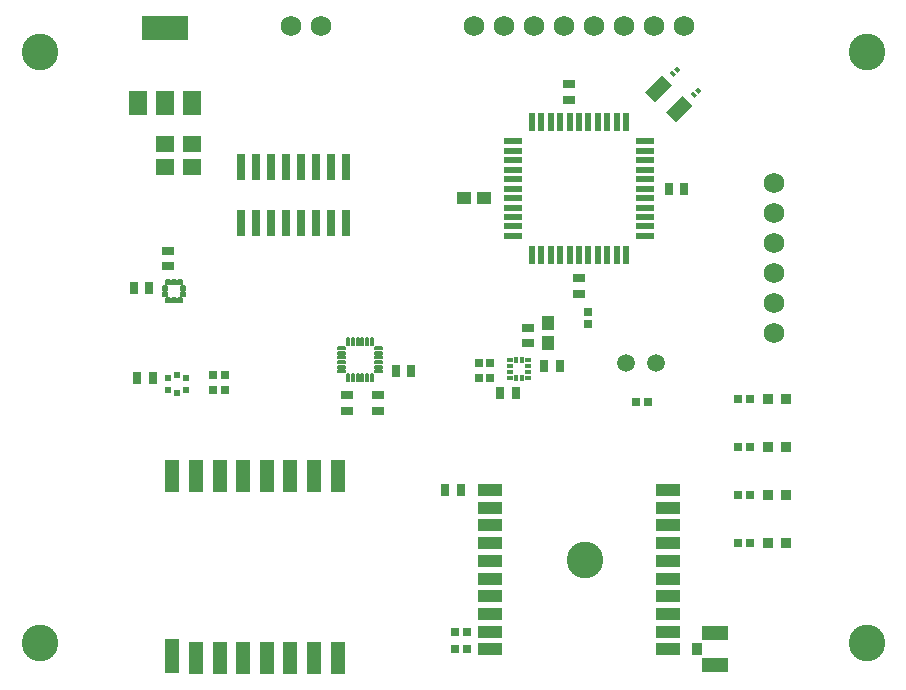
<source format=gbr>
G04 EAGLE Gerber RS-274X export*
G75*
%MOMM*%
%FSLAX34Y34*%
%LPD*%
%INSoldermask Top*%
%IPPOS*%
%AMOC8*
5,1,8,0,0,1.08239X$1,22.5*%
G01*
%ADD10R,0.801600X1.001600*%
%ADD11R,1.001600X0.801600*%
%ADD12R,1.101600X1.201600*%
%ADD13R,0.701600X0.801600*%
%ADD14R,0.501600X0.451600*%
%ADD15R,0.451600X0.501600*%
%ADD16C,0.130963*%
%ADD17R,2.101600X1.101600*%
%ADD18C,3.101600*%
%ADD19R,2.301600X1.151600*%
%ADD20R,0.901600X1.101600*%
%ADD21R,1.201600X2.901600*%
%ADD22R,1.201600X2.701600*%
%ADD23R,0.660400X2.286000*%
%ADD24C,1.751600*%
%ADD25R,1.201600X1.101600*%
%ADD26R,1.201600X2.001600*%
%ADD27R,0.351600X0.451600*%
%ADD28R,0.801600X0.701600*%
%ADD29R,0.901600X0.851600*%
%ADD30R,1.574800X0.609600*%
%ADD31R,0.609600X1.574800*%
%ADD32C,1.501600*%
%ADD33R,1.600200X2.108200*%
%ADD34R,3.911600X2.108200*%
%ADD35R,1.601600X1.401600*%
%ADD36C,0.157581*%
%ADD37R,0.500000X0.550000*%
%ADD38R,0.550000X0.500000*%


D10*
X293220Y179070D03*
X306220Y179070D03*
X251310Y279654D03*
X264310Y279654D03*
D11*
X210040Y259436D03*
X210040Y246436D03*
X236474Y259484D03*
X236474Y246484D03*
D10*
X42568Y350520D03*
X29568Y350520D03*
D11*
X58420Y368912D03*
X58420Y381912D03*
D10*
X377040Y284480D03*
X390040Y284480D03*
D12*
X380492Y303412D03*
X380492Y320412D03*
D10*
X352956Y261620D03*
X339956Y261620D03*
D11*
X363220Y303380D03*
X363220Y316380D03*
D10*
X45362Y274320D03*
X32362Y274320D03*
D13*
X301324Y59182D03*
X311324Y59182D03*
X301324Y44196D03*
X311324Y44196D03*
X321390Y274320D03*
X331390Y274320D03*
X321390Y287020D03*
X331390Y287020D03*
X106600Y264160D03*
X96600Y264160D03*
X106600Y276860D03*
X96600Y276860D03*
X551100Y134620D03*
X541100Y134620D03*
D14*
X348000Y289440D03*
X348000Y284440D03*
X348000Y279440D03*
X348000Y274440D03*
D15*
X353100Y274340D03*
X358100Y274340D03*
D14*
X363200Y274440D03*
X363200Y279440D03*
X363200Y284440D03*
X363200Y289440D03*
D15*
X358100Y289540D03*
X353100Y289540D03*
D16*
X57453Y348727D02*
X57453Y352233D01*
X57453Y348727D02*
X54247Y348727D01*
X54247Y352233D01*
X57453Y352233D01*
X57453Y349971D02*
X54247Y349971D01*
X54247Y351215D02*
X57453Y351215D01*
X57453Y347233D02*
X57453Y343727D01*
X54247Y343727D01*
X54247Y347233D01*
X57453Y347233D01*
X57453Y344971D02*
X54247Y344971D01*
X54247Y346215D02*
X57453Y346215D01*
X60103Y342083D02*
X60103Y338577D01*
X56897Y338577D01*
X56897Y342083D01*
X60103Y342083D01*
X60103Y339821D02*
X56897Y339821D01*
X56897Y341065D02*
X60103Y341065D01*
X65103Y342083D02*
X65103Y338577D01*
X61897Y338577D01*
X61897Y342083D01*
X65103Y342083D01*
X65103Y339821D02*
X61897Y339821D01*
X61897Y341065D02*
X65103Y341065D01*
X70103Y342083D02*
X70103Y338577D01*
X66897Y338577D01*
X66897Y342083D01*
X70103Y342083D01*
X70103Y339821D02*
X66897Y339821D01*
X66897Y341065D02*
X70103Y341065D01*
X72753Y343727D02*
X72753Y347233D01*
X72753Y343727D02*
X69547Y343727D01*
X69547Y347233D01*
X72753Y347233D01*
X72753Y344971D02*
X69547Y344971D01*
X69547Y346215D02*
X72753Y346215D01*
X72753Y348727D02*
X72753Y352233D01*
X72753Y348727D02*
X69547Y348727D01*
X69547Y352233D01*
X72753Y352233D01*
X72753Y349971D02*
X69547Y349971D01*
X69547Y351215D02*
X72753Y351215D01*
X70103Y353877D02*
X70103Y357383D01*
X70103Y353877D02*
X66897Y353877D01*
X66897Y357383D01*
X70103Y357383D01*
X70103Y355121D02*
X66897Y355121D01*
X66897Y356365D02*
X70103Y356365D01*
X65103Y357383D02*
X65103Y353877D01*
X61897Y353877D01*
X61897Y357383D01*
X65103Y357383D01*
X65103Y355121D02*
X61897Y355121D01*
X61897Y356365D02*
X65103Y356365D01*
X60103Y357383D02*
X60103Y353877D01*
X56897Y353877D01*
X56897Y357383D01*
X60103Y357383D01*
X60103Y355121D02*
X56897Y355121D01*
X56897Y356365D02*
X60103Y356365D01*
D17*
X331400Y179260D03*
X331400Y164260D03*
X331400Y149260D03*
X331400Y134260D03*
X331400Y119260D03*
X331400Y104260D03*
X331400Y89260D03*
X331400Y74260D03*
X331400Y59260D03*
X331400Y44260D03*
X481400Y44260D03*
X481400Y59260D03*
X481400Y74260D03*
X481400Y89260D03*
X481400Y104260D03*
X481400Y119260D03*
X481400Y134260D03*
X481400Y149260D03*
X481400Y164260D03*
X481400Y179260D03*
D18*
X411400Y120260D03*
D19*
X521970Y30700D03*
X521970Y58200D03*
D20*
X506720Y44450D03*
D21*
X62080Y38300D03*
D22*
X82080Y37300D03*
X102080Y37300D03*
X122080Y37300D03*
X142080Y37300D03*
X162080Y37300D03*
X182080Y37300D03*
X202080Y37300D03*
X202080Y191300D03*
X182080Y191300D03*
X162080Y191300D03*
X142080Y191300D03*
X122080Y191300D03*
X102080Y191300D03*
X82080Y191300D03*
X62080Y191300D03*
D23*
X209550Y452882D03*
X196850Y452882D03*
X184150Y452882D03*
X171450Y452882D03*
X158750Y452882D03*
X146050Y452882D03*
X133350Y452882D03*
X120650Y452882D03*
X120650Y405638D03*
X133350Y405638D03*
X146050Y405638D03*
X158750Y405638D03*
X171450Y405638D03*
X184150Y405638D03*
X196850Y405638D03*
X209550Y405638D03*
D24*
X571740Y414020D03*
X571740Y439420D03*
X571740Y388620D03*
X571740Y363220D03*
X571740Y337820D03*
X571740Y312420D03*
X187960Y571740D03*
X162560Y571740D03*
D11*
X406400Y358290D03*
X406400Y345290D03*
D10*
X482450Y434340D03*
X495450Y434340D03*
D25*
X325746Y426212D03*
X308746Y426212D03*
D26*
G36*
X494267Y513026D02*
X502764Y504529D01*
X488611Y490376D01*
X480114Y498873D01*
X494267Y513026D01*
G37*
G36*
X476589Y530704D02*
X485086Y522207D01*
X470933Y508054D01*
X462436Y516551D01*
X476589Y530704D01*
G37*
D27*
G36*
X486609Y535521D02*
X489095Y538007D01*
X492287Y534815D01*
X489801Y532329D01*
X486609Y535521D01*
G37*
G36*
X483073Y531985D02*
X485559Y534471D01*
X488751Y531279D01*
X486265Y528793D01*
X483073Y531985D01*
G37*
G36*
X504389Y517741D02*
X506875Y520227D01*
X510067Y517035D01*
X507581Y514549D01*
X504389Y517741D01*
G37*
G36*
X500853Y514205D02*
X503339Y516691D01*
X506531Y513499D01*
X504045Y511013D01*
X500853Y514205D01*
G37*
D28*
X414020Y330120D03*
X414020Y320120D03*
D13*
X551100Y215900D03*
X541100Y215900D03*
X551100Y256540D03*
X541100Y256540D03*
D29*
X582040Y215900D03*
X566040Y215900D03*
X582040Y256540D03*
X566040Y256540D03*
X582040Y134620D03*
X566040Y134620D03*
D30*
X350266Y474340D03*
X350266Y466340D03*
X350266Y458340D03*
X350266Y450340D03*
X350266Y442340D03*
X350266Y434340D03*
X350266Y426340D03*
X350266Y418340D03*
X350266Y410340D03*
X350266Y402340D03*
X350266Y394340D03*
D31*
X366400Y378206D03*
X374400Y378206D03*
X382400Y378206D03*
X390400Y378206D03*
X398400Y378206D03*
X406400Y378206D03*
X414400Y378206D03*
X422400Y378206D03*
X430400Y378206D03*
X438400Y378206D03*
X446400Y378206D03*
D30*
X462534Y394340D03*
X462534Y402340D03*
X462534Y410340D03*
X462534Y418340D03*
X462534Y426340D03*
X462534Y434340D03*
X462534Y442340D03*
X462534Y450340D03*
X462534Y458340D03*
X462534Y466340D03*
X462534Y474340D03*
D31*
X446400Y490474D03*
X438400Y490474D03*
X430400Y490474D03*
X422400Y490474D03*
X414400Y490474D03*
X406400Y490474D03*
X398400Y490474D03*
X390400Y490474D03*
X382400Y490474D03*
X374400Y490474D03*
X366400Y490474D03*
D11*
X398272Y509628D03*
X398272Y522628D03*
D32*
X446024Y287020D03*
X471424Y287020D03*
D13*
X454740Y254000D03*
X464740Y254000D03*
D33*
X33274Y506984D03*
X56134Y506984D03*
X78994Y506984D03*
D34*
X55880Y569976D03*
D35*
X78740Y452780D03*
X78740Y471780D03*
X55880Y452780D03*
X55880Y471780D03*
D18*
X-50000Y50000D03*
X-50000Y550000D03*
X650000Y50000D03*
X650000Y550000D03*
D24*
X342900Y571740D03*
X317500Y571740D03*
X368300Y571740D03*
X393700Y571740D03*
X419100Y571740D03*
X444500Y571740D03*
X469900Y571740D03*
X495300Y571740D03*
D29*
X582040Y175260D03*
X566040Y175260D03*
D13*
X551100Y175260D03*
X541100Y175260D03*
D36*
X208450Y298740D02*
X202610Y298740D01*
X202610Y300380D01*
X208450Y300380D01*
X208450Y298740D01*
X208450Y300237D02*
X202610Y300237D01*
X202610Y294740D02*
X208450Y294740D01*
X202610Y294740D02*
X202610Y296380D01*
X208450Y296380D01*
X208450Y294740D01*
X208450Y296237D02*
X202610Y296237D01*
X202610Y290740D02*
X208450Y290740D01*
X202610Y290740D02*
X202610Y292380D01*
X208450Y292380D01*
X208450Y290740D01*
X208450Y292237D02*
X202610Y292237D01*
X202610Y286740D02*
X208450Y286740D01*
X202610Y286740D02*
X202610Y288380D01*
X208450Y288380D01*
X208450Y286740D01*
X208450Y288237D02*
X202610Y288237D01*
X202610Y282740D02*
X208450Y282740D01*
X202610Y282740D02*
X202610Y284380D01*
X208450Y284380D01*
X208450Y282740D01*
X208450Y284237D02*
X202610Y284237D01*
X202610Y278740D02*
X208450Y278740D01*
X202610Y278740D02*
X202610Y280380D01*
X208450Y280380D01*
X208450Y278740D01*
X208450Y280237D02*
X202610Y280237D01*
X211800Y277030D02*
X211800Y271190D01*
X210160Y271190D01*
X210160Y277030D01*
X211800Y277030D01*
X211800Y272687D02*
X210160Y272687D01*
X210160Y274184D02*
X211800Y274184D01*
X211800Y275681D02*
X210160Y275681D01*
X215800Y277030D02*
X215800Y271190D01*
X214160Y271190D01*
X214160Y277030D01*
X215800Y277030D01*
X215800Y272687D02*
X214160Y272687D01*
X214160Y274184D02*
X215800Y274184D01*
X215800Y275681D02*
X214160Y275681D01*
X219800Y277030D02*
X219800Y271190D01*
X218160Y271190D01*
X218160Y277030D01*
X219800Y277030D01*
X219800Y272687D02*
X218160Y272687D01*
X218160Y274184D02*
X219800Y274184D01*
X219800Y275681D02*
X218160Y275681D01*
X223800Y277030D02*
X223800Y271190D01*
X222160Y271190D01*
X222160Y277030D01*
X223800Y277030D01*
X223800Y272687D02*
X222160Y272687D01*
X222160Y274184D02*
X223800Y274184D01*
X223800Y275681D02*
X222160Y275681D01*
X227800Y277030D02*
X227800Y271190D01*
X226160Y271190D01*
X226160Y277030D01*
X227800Y277030D01*
X227800Y272687D02*
X226160Y272687D01*
X226160Y274184D02*
X227800Y274184D01*
X227800Y275681D02*
X226160Y275681D01*
X231800Y277030D02*
X231800Y271190D01*
X230160Y271190D01*
X230160Y277030D01*
X231800Y277030D01*
X231800Y272687D02*
X230160Y272687D01*
X230160Y274184D02*
X231800Y274184D01*
X231800Y275681D02*
X230160Y275681D01*
X233510Y280380D02*
X239350Y280380D01*
X239350Y278740D01*
X233510Y278740D01*
X233510Y280380D01*
X233510Y280237D02*
X239350Y280237D01*
X239350Y284380D02*
X233510Y284380D01*
X239350Y284380D02*
X239350Y282740D01*
X233510Y282740D01*
X233510Y284380D01*
X233510Y284237D02*
X239350Y284237D01*
X239350Y288380D02*
X233510Y288380D01*
X239350Y288380D02*
X239350Y286740D01*
X233510Y286740D01*
X233510Y288380D01*
X233510Y288237D02*
X239350Y288237D01*
X239350Y292380D02*
X233510Y292380D01*
X239350Y292380D02*
X239350Y290740D01*
X233510Y290740D01*
X233510Y292380D01*
X233510Y292237D02*
X239350Y292237D01*
X239350Y296380D02*
X233510Y296380D01*
X239350Y296380D02*
X239350Y294740D01*
X233510Y294740D01*
X233510Y296380D01*
X233510Y296237D02*
X239350Y296237D01*
X239350Y300380D02*
X233510Y300380D01*
X239350Y300380D02*
X239350Y298740D01*
X233510Y298740D01*
X233510Y300380D01*
X233510Y300237D02*
X239350Y300237D01*
X230160Y302090D02*
X230160Y307930D01*
X231800Y307930D01*
X231800Y302090D01*
X230160Y302090D01*
X230160Y303587D02*
X231800Y303587D01*
X231800Y305084D02*
X230160Y305084D01*
X230160Y306581D02*
X231800Y306581D01*
X226160Y307930D02*
X226160Y302090D01*
X226160Y307930D02*
X227800Y307930D01*
X227800Y302090D01*
X226160Y302090D01*
X226160Y303587D02*
X227800Y303587D01*
X227800Y305084D02*
X226160Y305084D01*
X226160Y306581D02*
X227800Y306581D01*
X222160Y307930D02*
X222160Y302090D01*
X222160Y307930D02*
X223800Y307930D01*
X223800Y302090D01*
X222160Y302090D01*
X222160Y303587D02*
X223800Y303587D01*
X223800Y305084D02*
X222160Y305084D01*
X222160Y306581D02*
X223800Y306581D01*
X218160Y307930D02*
X218160Y302090D01*
X218160Y307930D02*
X219800Y307930D01*
X219800Y302090D01*
X218160Y302090D01*
X218160Y303587D02*
X219800Y303587D01*
X219800Y305084D02*
X218160Y305084D01*
X218160Y306581D02*
X219800Y306581D01*
X214160Y307930D02*
X214160Y302090D01*
X214160Y307930D02*
X215800Y307930D01*
X215800Y302090D01*
X214160Y302090D01*
X214160Y303587D02*
X215800Y303587D01*
X215800Y305084D02*
X214160Y305084D01*
X214160Y306581D02*
X215800Y306581D01*
X210160Y307930D02*
X210160Y302090D01*
X210160Y307930D02*
X211800Y307930D01*
X211800Y302090D01*
X210160Y302090D01*
X210160Y303587D02*
X211800Y303587D01*
X211800Y305084D02*
X210160Y305084D01*
X210160Y306581D02*
X211800Y306581D01*
D37*
X58540Y274240D03*
D38*
X66040Y276740D03*
D37*
X73540Y274240D03*
X73540Y264240D03*
D38*
X66040Y261740D03*
D37*
X58540Y264240D03*
M02*

</source>
